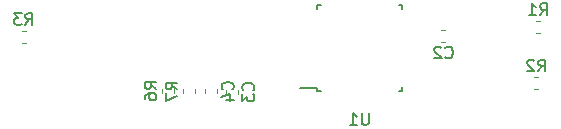
<source format=gbr>
G04 #@! TF.GenerationSoftware,KiCad,Pcbnew,5.0.1*
G04 #@! TF.CreationDate,2018-12-10T22:32:32+01:00*
G04 #@! TF.ProjectId,tamtam_board,74616D74616D5F626F6172642E6B6963,rev?*
G04 #@! TF.SameCoordinates,Original*
G04 #@! TF.FileFunction,Legend,Bot*
G04 #@! TF.FilePolarity,Positive*
%FSLAX46Y46*%
G04 Gerber Fmt 4.6, Leading zero omitted, Abs format (unit mm)*
G04 Created by KiCad (PCBNEW 5.0.1) date dilluns, 10 de desembre de 2018, 22:32:32 CET*
%MOMM*%
%LPD*%
G01*
G04 APERTURE LIST*
%ADD10C,0.150000*%
%ADD11C,0.120000*%
G04 APERTURE END LIST*
D10*
G04 #@! TO.C,U1*
X89055000Y-42245000D02*
X89055000Y-42020000D01*
X96305000Y-42245000D02*
X96305000Y-41920000D01*
X96305000Y-34995000D02*
X96305000Y-35320000D01*
X89055000Y-34995000D02*
X89055000Y-35320000D01*
X89055000Y-42245000D02*
X89380000Y-42245000D01*
X89055000Y-34995000D02*
X89380000Y-34995000D01*
X96305000Y-34995000D02*
X95980000Y-34995000D01*
X96305000Y-42245000D02*
X95980000Y-42245000D01*
X89055000Y-42020000D02*
X87630000Y-42020000D01*
D11*
G04 #@! TO.C,C2*
X99608733Y-37090000D02*
X99951267Y-37090000D01*
X99608733Y-38110000D02*
X99951267Y-38110000D01*
G04 #@! TO.C,C3*
X81360000Y-42501267D02*
X81360000Y-42158733D01*
X82380000Y-42501267D02*
X82380000Y-42158733D01*
G04 #@! TO.C,C4*
X80640000Y-42446267D02*
X80640000Y-42103733D01*
X79620000Y-42446267D02*
X79620000Y-42103733D01*
G04 #@! TO.C,R1*
X107961267Y-36290000D02*
X107618733Y-36290000D01*
X107961267Y-37310000D02*
X107618733Y-37310000D01*
G04 #@! TO.C,R2*
X107821267Y-42070000D02*
X107478733Y-42070000D01*
X107821267Y-41050000D02*
X107478733Y-41050000D01*
G04 #@! TO.C,R3*
X64396267Y-37120000D02*
X64053733Y-37120000D01*
X64396267Y-38140000D02*
X64053733Y-38140000D01*
G04 #@! TO.C,R6*
X76964000Y-42053733D02*
X76964000Y-42396267D01*
X75944000Y-42053733D02*
X75944000Y-42396267D01*
G04 #@! TO.C,R7*
X78742000Y-42105733D02*
X78742000Y-42448267D01*
X77722000Y-42105733D02*
X77722000Y-42448267D01*
G04 #@! TO.C,U1*
D10*
X93441904Y-44122380D02*
X93441904Y-44931904D01*
X93394285Y-45027142D01*
X93346666Y-45074761D01*
X93251428Y-45122380D01*
X93060952Y-45122380D01*
X92965714Y-45074761D01*
X92918095Y-45027142D01*
X92870476Y-44931904D01*
X92870476Y-44122380D01*
X91870476Y-45122380D02*
X92441904Y-45122380D01*
X92156190Y-45122380D02*
X92156190Y-44122380D01*
X92251428Y-44265238D01*
X92346666Y-44360476D01*
X92441904Y-44408095D01*
G04 #@! TO.C,C2*
X99946666Y-39387142D02*
X99994285Y-39434761D01*
X100137142Y-39482380D01*
X100232380Y-39482380D01*
X100375238Y-39434761D01*
X100470476Y-39339523D01*
X100518095Y-39244285D01*
X100565714Y-39053809D01*
X100565714Y-38910952D01*
X100518095Y-38720476D01*
X100470476Y-38625238D01*
X100375238Y-38530000D01*
X100232380Y-38482380D01*
X100137142Y-38482380D01*
X99994285Y-38530000D01*
X99946666Y-38577619D01*
X99565714Y-38577619D02*
X99518095Y-38530000D01*
X99422857Y-38482380D01*
X99184761Y-38482380D01*
X99089523Y-38530000D01*
X99041904Y-38577619D01*
X98994285Y-38672857D01*
X98994285Y-38768095D01*
X99041904Y-38910952D01*
X99613333Y-39482380D01*
X98994285Y-39482380D01*
G04 #@! TO.C,C3*
X83657142Y-42163333D02*
X83704761Y-42115714D01*
X83752380Y-41972857D01*
X83752380Y-41877619D01*
X83704761Y-41734761D01*
X83609523Y-41639523D01*
X83514285Y-41591904D01*
X83323809Y-41544285D01*
X83180952Y-41544285D01*
X82990476Y-41591904D01*
X82895238Y-41639523D01*
X82800000Y-41734761D01*
X82752380Y-41877619D01*
X82752380Y-41972857D01*
X82800000Y-42115714D01*
X82847619Y-42163333D01*
X82752380Y-42496666D02*
X82752380Y-43115714D01*
X83133333Y-42782380D01*
X83133333Y-42925238D01*
X83180952Y-43020476D01*
X83228571Y-43068095D01*
X83323809Y-43115714D01*
X83561904Y-43115714D01*
X83657142Y-43068095D01*
X83704761Y-43020476D01*
X83752380Y-42925238D01*
X83752380Y-42639523D01*
X83704761Y-42544285D01*
X83657142Y-42496666D01*
G04 #@! TO.C,C4*
X81917142Y-42108333D02*
X81964761Y-42060714D01*
X82012380Y-41917857D01*
X82012380Y-41822619D01*
X81964761Y-41679761D01*
X81869523Y-41584523D01*
X81774285Y-41536904D01*
X81583809Y-41489285D01*
X81440952Y-41489285D01*
X81250476Y-41536904D01*
X81155238Y-41584523D01*
X81060000Y-41679761D01*
X81012380Y-41822619D01*
X81012380Y-41917857D01*
X81060000Y-42060714D01*
X81107619Y-42108333D01*
X81345714Y-42965476D02*
X82012380Y-42965476D01*
X80964761Y-42727380D02*
X81679047Y-42489285D01*
X81679047Y-43108333D01*
G04 #@! TO.C,R1*
X107956666Y-35822380D02*
X108290000Y-35346190D01*
X108528095Y-35822380D02*
X108528095Y-34822380D01*
X108147142Y-34822380D01*
X108051904Y-34870000D01*
X108004285Y-34917619D01*
X107956666Y-35012857D01*
X107956666Y-35155714D01*
X108004285Y-35250952D01*
X108051904Y-35298571D01*
X108147142Y-35346190D01*
X108528095Y-35346190D01*
X107004285Y-35822380D02*
X107575714Y-35822380D01*
X107290000Y-35822380D02*
X107290000Y-34822380D01*
X107385238Y-34965238D01*
X107480476Y-35060476D01*
X107575714Y-35108095D01*
G04 #@! TO.C,R2*
X107816666Y-40582380D02*
X108150000Y-40106190D01*
X108388095Y-40582380D02*
X108388095Y-39582380D01*
X108007142Y-39582380D01*
X107911904Y-39630000D01*
X107864285Y-39677619D01*
X107816666Y-39772857D01*
X107816666Y-39915714D01*
X107864285Y-40010952D01*
X107911904Y-40058571D01*
X108007142Y-40106190D01*
X108388095Y-40106190D01*
X107435714Y-39677619D02*
X107388095Y-39630000D01*
X107292857Y-39582380D01*
X107054761Y-39582380D01*
X106959523Y-39630000D01*
X106911904Y-39677619D01*
X106864285Y-39772857D01*
X106864285Y-39868095D01*
X106911904Y-40010952D01*
X107483333Y-40582380D01*
X106864285Y-40582380D01*
G04 #@! TO.C,R3*
X64391666Y-36652380D02*
X64725000Y-36176190D01*
X64963095Y-36652380D02*
X64963095Y-35652380D01*
X64582142Y-35652380D01*
X64486904Y-35700000D01*
X64439285Y-35747619D01*
X64391666Y-35842857D01*
X64391666Y-35985714D01*
X64439285Y-36080952D01*
X64486904Y-36128571D01*
X64582142Y-36176190D01*
X64963095Y-36176190D01*
X64058333Y-35652380D02*
X63439285Y-35652380D01*
X63772619Y-36033333D01*
X63629761Y-36033333D01*
X63534523Y-36080952D01*
X63486904Y-36128571D01*
X63439285Y-36223809D01*
X63439285Y-36461904D01*
X63486904Y-36557142D01*
X63534523Y-36604761D01*
X63629761Y-36652380D01*
X63915476Y-36652380D01*
X64010714Y-36604761D01*
X64058333Y-36557142D01*
G04 #@! TO.C,R6*
X75476380Y-42058333D02*
X75000190Y-41725000D01*
X75476380Y-41486904D02*
X74476380Y-41486904D01*
X74476380Y-41867857D01*
X74524000Y-41963095D01*
X74571619Y-42010714D01*
X74666857Y-42058333D01*
X74809714Y-42058333D01*
X74904952Y-42010714D01*
X74952571Y-41963095D01*
X75000190Y-41867857D01*
X75000190Y-41486904D01*
X74476380Y-42915476D02*
X74476380Y-42725000D01*
X74524000Y-42629761D01*
X74571619Y-42582142D01*
X74714476Y-42486904D01*
X74904952Y-42439285D01*
X75285904Y-42439285D01*
X75381142Y-42486904D01*
X75428761Y-42534523D01*
X75476380Y-42629761D01*
X75476380Y-42820238D01*
X75428761Y-42915476D01*
X75381142Y-42963095D01*
X75285904Y-43010714D01*
X75047809Y-43010714D01*
X74952571Y-42963095D01*
X74904952Y-42915476D01*
X74857333Y-42820238D01*
X74857333Y-42629761D01*
X74904952Y-42534523D01*
X74952571Y-42486904D01*
X75047809Y-42439285D01*
G04 #@! TO.C,R7*
X77254380Y-42110333D02*
X76778190Y-41777000D01*
X77254380Y-41538904D02*
X76254380Y-41538904D01*
X76254380Y-41919857D01*
X76302000Y-42015095D01*
X76349619Y-42062714D01*
X76444857Y-42110333D01*
X76587714Y-42110333D01*
X76682952Y-42062714D01*
X76730571Y-42015095D01*
X76778190Y-41919857D01*
X76778190Y-41538904D01*
X76254380Y-42443666D02*
X76254380Y-43110333D01*
X77254380Y-42681761D01*
G04 #@! TD*
M02*

</source>
